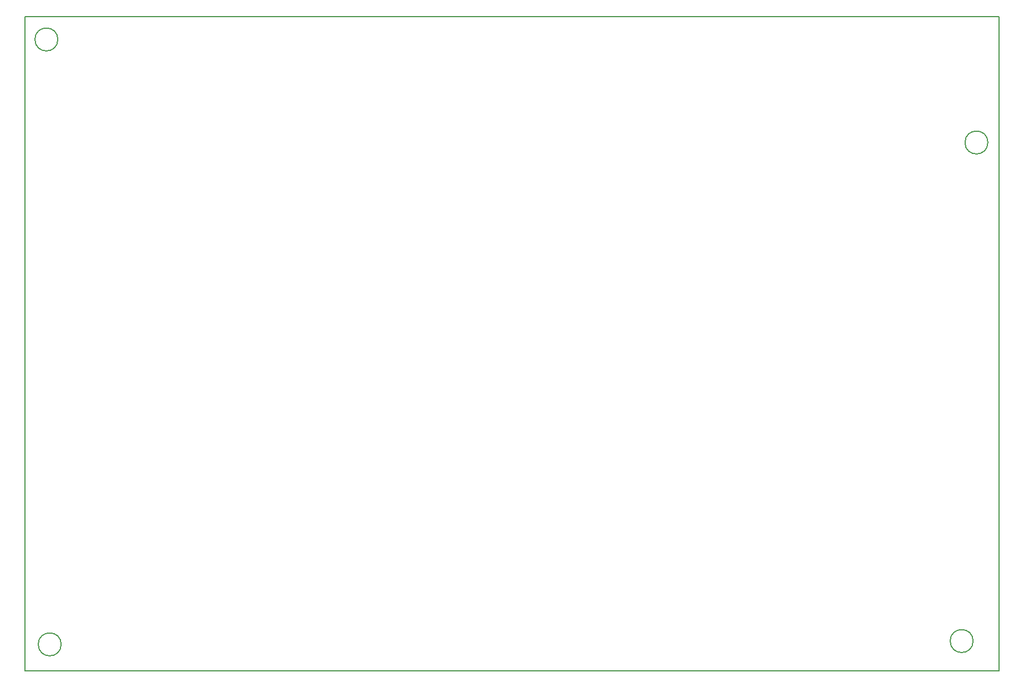
<source format=gbr>
%TF.GenerationSoftware,KiCad,Pcbnew,(6.0.5)*%
%TF.CreationDate,2023-02-13T18:15:34+09:00*%
%TF.ProjectId,23_batt_pcb,32335f62-6174-4745-9f70-63622e6b6963,rev?*%
%TF.SameCoordinates,Original*%
%TF.FileFunction,Profile,NP*%
%FSLAX46Y46*%
G04 Gerber Fmt 4.6, Leading zero omitted, Abs format (unit mm)*
G04 Created by KiCad (PCBNEW (6.0.5)) date 2023-02-13 18:15:34*
%MOMM*%
%LPD*%
G01*
G04 APERTURE LIST*
%TA.AperFunction,Profile*%
%ADD10C,0.150000*%
%TD*%
%TA.AperFunction,Profile*%
%ADD11C,0.200000*%
%TD*%
G04 APERTURE END LIST*
D10*
X78740000Y-34036000D02*
G75*
G03*
X78740000Y-34036000I-1750000J0D01*
G01*
X220698000Y-49784000D02*
G75*
G03*
X220698000Y-49784000I-1750000J0D01*
G01*
D11*
X73736000Y-30556000D02*
X222428000Y-30556000D01*
X222428000Y-30556000D02*
X222428000Y-130556000D01*
X222428000Y-130556000D02*
X73736000Y-130556000D01*
X73736000Y-130556000D02*
X73736000Y-30556000D01*
D10*
X218440000Y-125984000D02*
G75*
G03*
X218440000Y-125984000I-1750000J0D01*
G01*
X79248000Y-126492000D02*
G75*
G03*
X79248000Y-126492000I-1750000J0D01*
G01*
M02*

</source>
